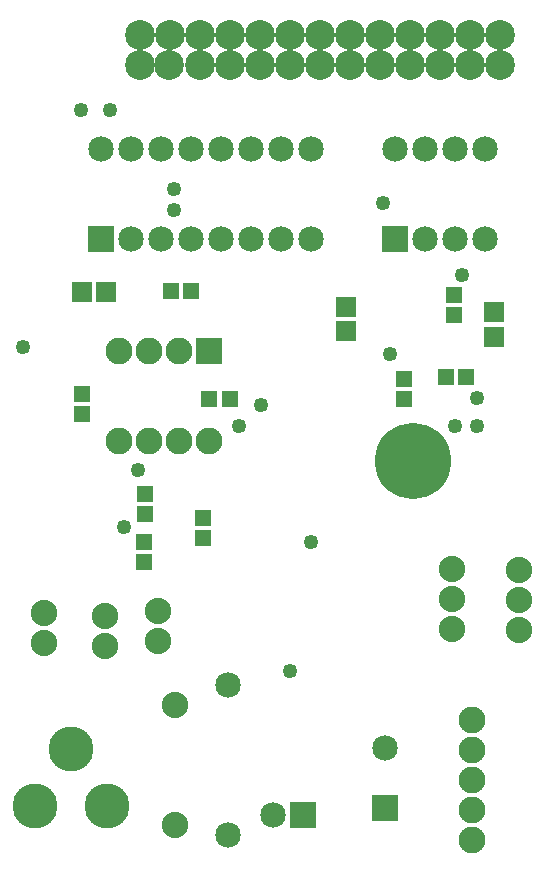
<source format=gbs>
G04 MADE WITH FRITZING*
G04 WWW.FRITZING.ORG*
G04 DOUBLE SIDED*
G04 HOLES PLATED*
G04 CONTOUR ON CENTER OF CONTOUR VECTOR*
%ASAXBY*%
%FSLAX23Y23*%
%MOIN*%
%OFA0B0*%
%SFA1.0B1.0*%
%ADD10C,0.089370*%
%ADD11C,0.049370*%
%ADD12C,0.254094*%
%ADD13C,0.150000*%
%ADD14C,0.085000*%
%ADD15C,0.088000*%
%ADD16C,0.099639*%
%ADD17C,0.099583*%
%ADD18R,0.089370X0.089370*%
%ADD19R,0.069055X0.065118*%
%ADD20R,0.053307X0.057244*%
%ADD21R,0.057244X0.053307*%
%ADD22R,0.065118X0.069055*%
%ADD23R,0.085000X0.085000*%
%LNMASK0*%
G90*
G70*
G54D10*
X680Y1705D03*
X680Y1405D03*
X580Y1705D03*
X580Y1405D03*
X480Y1705D03*
X480Y1405D03*
X380Y1705D03*
X380Y1405D03*
G54D11*
X852Y1525D03*
X1524Y1957D03*
X444Y1309D03*
X780Y1453D03*
X1020Y1069D03*
X1284Y1693D03*
X564Y2173D03*
X1500Y1453D03*
X348Y2509D03*
X1260Y2197D03*
X1572Y1549D03*
X948Y637D03*
X60Y1717D03*
X396Y1117D03*
X252Y2509D03*
X564Y2245D03*
X1572Y1453D03*
G54D12*
X1358Y1336D03*
G54D10*
X1557Y475D03*
X1557Y375D03*
X1557Y275D03*
X1557Y175D03*
X1557Y75D03*
G54D13*
X341Y189D03*
X101Y189D03*
X221Y379D03*
X341Y189D03*
X101Y189D03*
X221Y379D03*
G54D14*
X992Y159D03*
X892Y159D03*
X1266Y182D03*
X1266Y382D03*
G54D15*
X567Y524D03*
X567Y124D03*
G54D14*
X319Y2076D03*
X319Y2376D03*
X419Y2076D03*
X419Y2376D03*
X519Y2076D03*
X519Y2376D03*
X619Y2076D03*
X619Y2376D03*
X719Y2076D03*
X719Y2376D03*
X819Y2076D03*
X819Y2376D03*
X919Y2076D03*
X919Y2376D03*
X1019Y2076D03*
X1019Y2376D03*
X744Y91D03*
X744Y591D03*
G54D15*
X130Y830D03*
X130Y730D03*
X333Y822D03*
X333Y722D03*
X510Y837D03*
X510Y737D03*
X1490Y977D03*
X1490Y877D03*
X1490Y777D03*
X1713Y773D03*
X1713Y873D03*
X1713Y973D03*
G54D16*
X448Y2757D03*
G54D17*
X548Y2757D03*
X648Y2757D03*
X748Y2757D03*
X848Y2757D03*
X948Y2757D03*
X1048Y2757D03*
X1148Y2757D03*
X1248Y2757D03*
X1348Y2757D03*
X1448Y2757D03*
X1548Y2757D03*
X1648Y2757D03*
X448Y2657D03*
X547Y2657D03*
X648Y2657D03*
X748Y2657D03*
X848Y2657D03*
X948Y2657D03*
X1048Y2657D03*
X1148Y2657D03*
X1248Y2657D03*
X1348Y2657D03*
X1448Y2657D03*
X1548Y2657D03*
X1648Y2657D03*
G54D14*
X1301Y2078D03*
X1301Y2378D03*
X1401Y2078D03*
X1401Y2378D03*
X1501Y2078D03*
X1501Y2378D03*
X1601Y2078D03*
X1601Y2378D03*
G54D18*
X680Y1705D03*
G54D19*
X1629Y1752D03*
X1629Y1833D03*
G54D20*
X1497Y1891D03*
X1497Y1824D03*
G54D21*
X1469Y1618D03*
X1536Y1618D03*
G54D20*
X1331Y1543D03*
X1331Y1610D03*
G54D19*
X1136Y1770D03*
X1136Y1851D03*
G54D21*
X553Y1905D03*
X620Y1905D03*
G54D22*
X336Y1900D03*
X256Y1900D03*
G54D20*
X255Y1493D03*
X255Y1560D03*
X658Y1147D03*
X658Y1080D03*
X462Y1068D03*
X462Y1001D03*
X466Y1227D03*
X466Y1160D03*
G54D21*
X748Y1544D03*
X681Y1544D03*
G54D23*
X992Y159D03*
X1266Y182D03*
X319Y2076D03*
X1301Y2078D03*
G04 End of Mask0*
M02*
</source>
